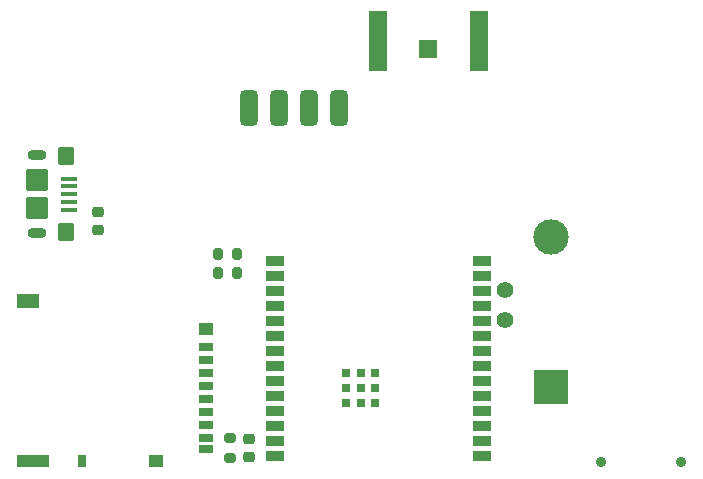
<source format=gbr>
%TF.GenerationSoftware,KiCad,Pcbnew,8.0.6-8.0.6-0~ubuntu22.04.1*%
%TF.CreationDate,2024-10-27T10:41:46+01:00*%
%TF.ProjectId,hackbat,6861636b-6261-4742-9e6b-696361645f70,rev?*%
%TF.SameCoordinates,Original*%
%TF.FileFunction,Soldermask,Bot*%
%TF.FilePolarity,Negative*%
%FSLAX46Y46*%
G04 Gerber Fmt 4.6, Leading zero omitted, Abs format (unit mm)*
G04 Created by KiCad (PCBNEW 8.0.6-8.0.6-0~ubuntu22.04.1) date 2024-10-27 10:41:46*
%MOMM*%
%LPD*%
G01*
G04 APERTURE LIST*
G04 Aperture macros list*
%AMRoundRect*
0 Rectangle with rounded corners*
0 $1 Rounding radius*
0 $2 $3 $4 $5 $6 $7 $8 $9 X,Y pos of 4 corners*
0 Add a 4 corners polygon primitive as box body*
4,1,4,$2,$3,$4,$5,$6,$7,$8,$9,$2,$3,0*
0 Add four circle primitives for the rounded corners*
1,1,$1+$1,$2,$3*
1,1,$1+$1,$4,$5*
1,1,$1+$1,$6,$7*
1,1,$1+$1,$8,$9*
0 Add four rect primitives between the rounded corners*
20,1,$1+$1,$2,$3,$4,$5,0*
20,1,$1+$1,$4,$5,$6,$7,0*
20,1,$1+$1,$6,$7,$8,$9,0*
20,1,$1+$1,$8,$9,$2,$3,0*%
G04 Aperture macros list end*
%ADD10C,1.400000*%
%ADD11RoundRect,0.375000X0.375000X-1.125000X0.375000X1.125000X-0.375000X1.125000X-0.375000X-1.125000X0*%
%ADD12R,1.500000X5.080000*%
%ADD13R,1.500000X1.500000*%
%ADD14C,0.900000*%
%ADD15RoundRect,0.200000X-0.200000X-0.275000X0.200000X-0.275000X0.200000X0.275000X-0.200000X0.275000X0*%
%ADD16RoundRect,0.100000X0.575000X-0.100000X0.575000X0.100000X-0.575000X0.100000X-0.575000X-0.100000X0*%
%ADD17O,1.600000X0.900000*%
%ADD18RoundRect,0.250000X0.450000X-0.550000X0.450000X0.550000X-0.450000X0.550000X-0.450000X-0.550000X0*%
%ADD19RoundRect,0.250000X0.700000X-0.700000X0.700000X0.700000X-0.700000X0.700000X-0.700000X-0.700000X0*%
%ADD20R,3.000000X3.000000*%
%ADD21C,3.000000*%
%ADD22R,1.500000X0.900000*%
%ADD23R,0.800000X0.800000*%
%ADD24RoundRect,0.200000X0.275000X-0.200000X0.275000X0.200000X-0.275000X0.200000X-0.275000X-0.200000X0*%
%ADD25R,1.900000X1.300000*%
%ADD26R,1.200000X1.000000*%
%ADD27R,2.800000X1.000000*%
%ADD28R,0.800000X1.000000*%
%ADD29R,1.200000X0.700000*%
%ADD30RoundRect,0.225000X0.250000X-0.225000X0.250000X0.225000X-0.250000X0.225000X-0.250000X-0.225000X0*%
G04 APERTURE END LIST*
D10*
%TO.C,BOOT*%
X181500000Y-98940000D03*
X181500000Y-96400000D03*
%TD*%
D11*
%TO.C,U3*%
X159800000Y-81000000D03*
X162340000Y-81000000D03*
X164880000Y-81000000D03*
X167420000Y-81000000D03*
%TD*%
D12*
%TO.C,J2*%
X170750000Y-75362500D03*
X179250000Y-75362500D03*
%TD*%
D13*
%TO.C,AE1*%
X175000000Y-76000000D03*
%TD*%
D14*
%TO.C,SW6*%
X189600000Y-111000000D03*
X196400000Y-111000000D03*
%TD*%
D15*
%TO.C,R1*%
X157175000Y-93400000D03*
X158825000Y-93400000D03*
%TD*%
%TO.C,R2*%
X157175000Y-95000000D03*
X158825000Y-95000000D03*
%TD*%
D16*
%TO.C,J1*%
X144525000Y-89600000D03*
X144525000Y-88950000D03*
X144525000Y-88300000D03*
X144525000Y-87650000D03*
X144525000Y-87000000D03*
D17*
X141850000Y-91600000D03*
D18*
X144300000Y-91500000D03*
D19*
X141850000Y-89500000D03*
X141850000Y-87100000D03*
D18*
X144300000Y-85100000D03*
D17*
X141850000Y-85000000D03*
%TD*%
D20*
%TO.C,BT1*%
X185367500Y-104607500D03*
D21*
X185367500Y-91907500D03*
%TD*%
D22*
%TO.C,U5*%
X162000000Y-110430000D03*
X162000000Y-109160000D03*
X162000000Y-107890000D03*
X162000000Y-106620000D03*
X162000000Y-105350000D03*
X162000000Y-104080000D03*
X162000000Y-102810000D03*
X162000000Y-101540000D03*
X162000000Y-100270000D03*
X162000000Y-99000000D03*
X162000000Y-97730000D03*
X162000000Y-96460000D03*
X162000000Y-95190000D03*
X162000000Y-93920000D03*
X179500000Y-93920000D03*
X179500000Y-95190000D03*
X179500000Y-96460000D03*
X179500000Y-97730000D03*
X179500000Y-99000000D03*
X179500000Y-100270000D03*
X179500000Y-101540000D03*
X179500000Y-102810000D03*
X179500000Y-104080000D03*
X179500000Y-105350000D03*
X179500000Y-106620000D03*
X179500000Y-107890000D03*
X179500000Y-109160000D03*
X179500000Y-110430000D03*
D23*
X167995000Y-103460000D03*
X167995000Y-104710000D03*
X167995000Y-105960000D03*
X169245000Y-103460000D03*
X169245000Y-104710000D03*
X169245000Y-105960000D03*
X170495000Y-103460000D03*
X170495000Y-104710000D03*
X170495000Y-105960000D03*
%TD*%
D24*
%TO.C,R19*%
X158200000Y-110625000D03*
X158200000Y-108975000D03*
%TD*%
D25*
%TO.C,J3*%
X141090000Y-97355000D03*
D26*
X156190000Y-99705000D03*
X151890000Y-110855000D03*
D27*
X141540000Y-110855000D03*
D28*
X145690000Y-110855000D03*
D29*
X156190000Y-109905000D03*
X156190000Y-108955000D03*
X156190000Y-107855000D03*
X156190000Y-106755000D03*
X156190000Y-105655000D03*
X156190000Y-104555000D03*
X156190000Y-103455000D03*
X156190000Y-102355000D03*
X156190000Y-101255000D03*
%TD*%
D30*
%TO.C,C1*%
X159800000Y-110575000D03*
X159800000Y-109025000D03*
%TD*%
%TO.C,C2*%
X147000000Y-91375000D03*
X147000000Y-89825000D03*
%TD*%
M02*

</source>
